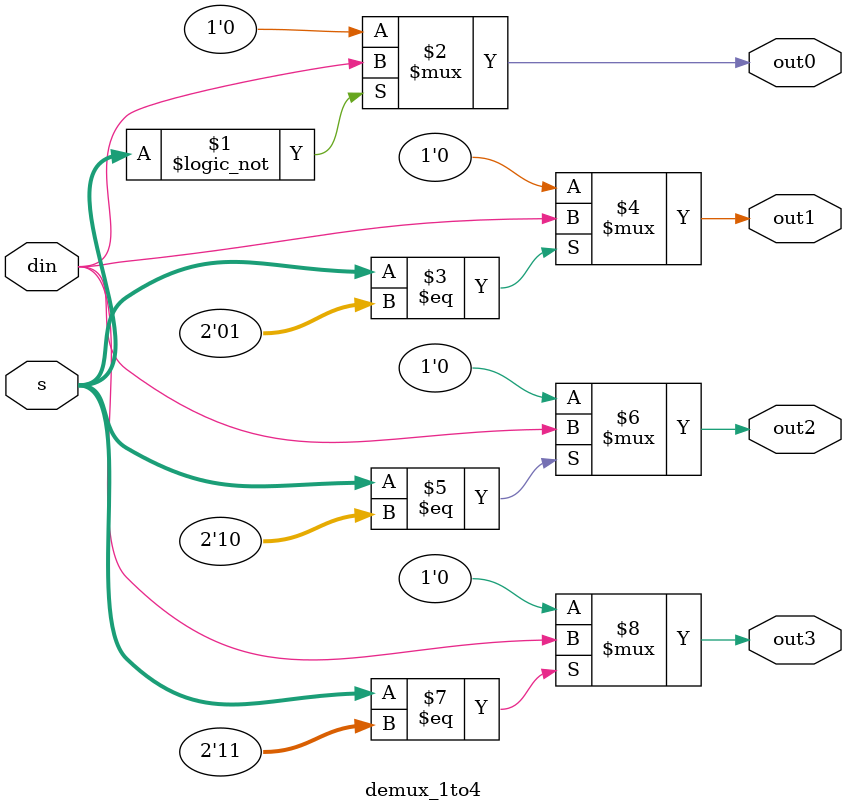
<source format=v>
module demux_1to4 (
    input wire din,
    input wire [1:0] s,
    output wire out0,
    output wire out1,
    output wire out2,
    output wire out3
);

assign out0 = (s == 2'b00) ? din : 1'b0;
  assign out1 = (s == 2'b01) ? din : 1'b0;
  assign out2 = (s == 2'b10) ? din : 1'b0;
  assign out3 = (s== 2'b11) ? din : 1'b0;

endmodule

</source>
